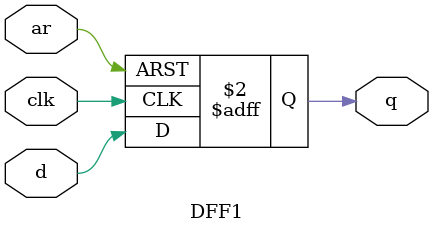
<source format=v>


module DFF1
(
  input clk,
  input d,
  input ar,
  output q
);


  always @(posedge clk or posedge ar) begin
    if(ar) q <= 0; 
    else q <= d;
  end


endmodule


</source>
